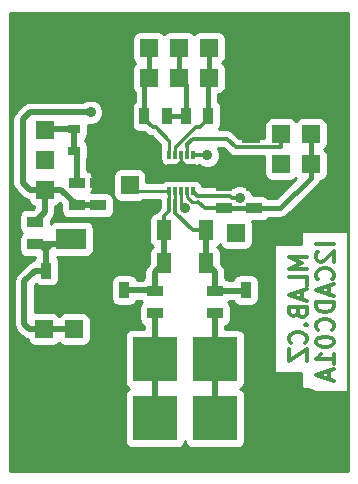
<source format=gbr>
G04 #@! TF.FileFunction,Copper,L2,Bot,Signal*
%FSLAX46Y46*%
G04 Gerber Fmt 4.6, Leading zero omitted, Abs format (unit mm)*
G04 Created by KiCad (PCBNEW 0.201505051231+5642~23~ubuntu14.04.1-product) date St 6. květen 2015, 12:21:16 CEST*
%MOMM*%
G01*
G04 APERTURE LIST*
%ADD10C,0.300000*%
%ADD11R,0.889000X1.397000*%
%ADD12R,1.397000X0.889000*%
%ADD13R,2.499360X1.800860*%
%ADD14R,1.300480X1.699260*%
%ADD15R,1.000760X0.800100*%
%ADD16R,1.524000X1.524000*%
%ADD17C,6.000000*%
%ADD18R,3.810000X3.810000*%
%ADD19R,0.300000X0.650000*%
%ADD20R,1.240000X0.775000*%
%ADD21C,0.889000*%
%ADD22C,0.254000*%
%ADD23C,0.400000*%
%ADD24C,0.500000*%
G04 APERTURE END LIST*
D10*
X28364571Y20156570D02*
X26864571Y20156570D01*
X27007429Y19513713D02*
X26936000Y19442284D01*
X26864571Y19299427D01*
X26864571Y18942284D01*
X26936000Y18799427D01*
X27007429Y18727998D01*
X27150286Y18656570D01*
X27293143Y18656570D01*
X27507429Y18727998D01*
X28364571Y19585141D01*
X28364571Y18656570D01*
X28221714Y17156570D02*
X28293143Y17227999D01*
X28364571Y17442285D01*
X28364571Y17585142D01*
X28293143Y17799427D01*
X28150286Y17942285D01*
X28007429Y18013713D01*
X27721714Y18085142D01*
X27507429Y18085142D01*
X27221714Y18013713D01*
X27078857Y17942285D01*
X26936000Y17799427D01*
X26864571Y17585142D01*
X26864571Y17442285D01*
X26936000Y17227999D01*
X27007429Y17156570D01*
X27936000Y16585142D02*
X27936000Y15870856D01*
X28364571Y16727999D02*
X26864571Y16227999D01*
X28364571Y15727999D01*
X28364571Y15227999D02*
X26864571Y15227999D01*
X26864571Y14870856D01*
X26936000Y14656571D01*
X27078857Y14513713D01*
X27221714Y14442285D01*
X27507429Y14370856D01*
X27721714Y14370856D01*
X28007429Y14442285D01*
X28150286Y14513713D01*
X28293143Y14656571D01*
X28364571Y14870856D01*
X28364571Y15227999D01*
X28221714Y12870856D02*
X28293143Y12942285D01*
X28364571Y13156571D01*
X28364571Y13299428D01*
X28293143Y13513713D01*
X28150286Y13656571D01*
X28007429Y13727999D01*
X27721714Y13799428D01*
X27507429Y13799428D01*
X27221714Y13727999D01*
X27078857Y13656571D01*
X26936000Y13513713D01*
X26864571Y13299428D01*
X26864571Y13156571D01*
X26936000Y12942285D01*
X27007429Y12870856D01*
X26864571Y11942285D02*
X26864571Y11799428D01*
X26936000Y11656571D01*
X27007429Y11585142D01*
X27150286Y11513713D01*
X27436000Y11442285D01*
X27793143Y11442285D01*
X28078857Y11513713D01*
X28221714Y11585142D01*
X28293143Y11656571D01*
X28364571Y11799428D01*
X28364571Y11942285D01*
X28293143Y12085142D01*
X28221714Y12156571D01*
X28078857Y12227999D01*
X27793143Y12299428D01*
X27436000Y12299428D01*
X27150286Y12227999D01*
X27007429Y12156571D01*
X26936000Y12085142D01*
X26864571Y11942285D01*
X28364571Y10013714D02*
X28364571Y10870857D01*
X28364571Y10442285D02*
X26864571Y10442285D01*
X27078857Y10585142D01*
X27221714Y10728000D01*
X27293143Y10870857D01*
X27936000Y9442286D02*
X27936000Y8728000D01*
X28364571Y9585143D02*
X26864571Y9085143D01*
X28364571Y8585143D01*
X26078571Y19053428D02*
X24578571Y19053428D01*
X25650000Y18553428D01*
X24578571Y18053428D01*
X26078571Y18053428D01*
X26078571Y16624856D02*
X26078571Y17339142D01*
X24578571Y17339142D01*
X25650000Y16196285D02*
X25650000Y15481999D01*
X26078571Y16339142D02*
X24578571Y15839142D01*
X26078571Y15339142D01*
X25292857Y14339142D02*
X25364286Y14124856D01*
X25435714Y14053428D01*
X25578571Y13981999D01*
X25792857Y13981999D01*
X25935714Y14053428D01*
X26007143Y14124856D01*
X26078571Y14267714D01*
X26078571Y14839142D01*
X24578571Y14839142D01*
X24578571Y14339142D01*
X24650000Y14196285D01*
X24721429Y14124856D01*
X24864286Y14053428D01*
X25007143Y14053428D01*
X25150000Y14124856D01*
X25221429Y14196285D01*
X25292857Y14339142D01*
X25292857Y14839142D01*
X25935714Y13339142D02*
X26007143Y13267714D01*
X26078571Y13339142D01*
X26007143Y13410571D01*
X25935714Y13339142D01*
X26078571Y13339142D01*
X25935714Y11767713D02*
X26007143Y11839142D01*
X26078571Y12053428D01*
X26078571Y12196285D01*
X26007143Y12410570D01*
X25864286Y12553428D01*
X25721429Y12624856D01*
X25435714Y12696285D01*
X25221429Y12696285D01*
X24935714Y12624856D01*
X24792857Y12553428D01*
X24650000Y12410570D01*
X24578571Y12196285D01*
X24578571Y12053428D01*
X24650000Y11839142D01*
X24721429Y11767713D01*
X24578571Y11267713D02*
X24578571Y10267713D01*
X26078571Y11267713D01*
X26078571Y10267713D01*
D11*
X22796500Y16256000D03*
X20891500Y16256000D03*
X10604500Y16256000D03*
X8699500Y16256000D03*
D12*
X21590000Y25082500D03*
X21590000Y23177500D03*
X19050000Y25082500D03*
X19050000Y23177500D03*
D13*
X10126980Y20574000D03*
X6129020Y20574000D03*
D14*
X17498060Y18542000D03*
X13997940Y18542000D03*
X13997940Y21336000D03*
X17498060Y21336000D03*
D15*
X8592820Y28956000D03*
X6393180Y29908500D03*
X6393180Y28003500D03*
D16*
X3810000Y15494000D03*
X6350000Y15494000D03*
X3810000Y12954000D03*
X6350000Y12954000D03*
X3810000Y10414000D03*
X6350000Y10414000D03*
X11074400Y27686000D03*
X11074400Y25146000D03*
X22606000Y21082000D03*
X20066000Y21082000D03*
X26416000Y26924000D03*
X23876000Y26924000D03*
X26416000Y29464000D03*
X23876000Y29464000D03*
X20320000Y36766500D03*
X20320000Y34226500D03*
X17780000Y36766500D03*
X17780000Y34226500D03*
X15240000Y36766500D03*
X15240000Y34226500D03*
X12700000Y36766500D03*
X12700000Y34226500D03*
X10160000Y36766500D03*
X10160000Y34226500D03*
D17*
X5080000Y35560000D03*
X25400000Y5080000D03*
X25400000Y35560000D03*
X5080000Y5080000D03*
D18*
X18288000Y5414000D03*
X18288000Y10414000D03*
X13208000Y5414000D03*
X13208000Y10414000D03*
D12*
X18288000Y16192500D03*
X18288000Y14287500D03*
X13208000Y16192500D03*
X13208000Y14287500D03*
X6604000Y25336500D03*
X6604000Y23431500D03*
D11*
X17716500Y30988000D03*
X15811500Y30988000D03*
X12319000Y30988000D03*
X14224000Y30988000D03*
D19*
X16430500Y24612000D03*
X15930500Y24612000D03*
X15430500Y24612000D03*
X14930500Y24612000D03*
X14430500Y24612000D03*
X14430500Y27712000D03*
X14930500Y27712000D03*
X15430500Y27712000D03*
X15930500Y27712000D03*
X16430500Y27712000D03*
D20*
X14810500Y26549500D03*
X16050500Y26549500D03*
X14810500Y25774500D03*
X16050500Y25774500D03*
D16*
X3873500Y24765000D03*
X3873500Y27305000D03*
X3873500Y29845000D03*
X21336000Y26924000D03*
X21336000Y29464000D03*
D12*
X3048000Y20129500D03*
X3048000Y22034500D03*
D11*
X5905500Y17907000D03*
X4000500Y17907000D03*
D12*
X8382000Y25336500D03*
X8382000Y23431500D03*
D21*
X7757524Y31309999D03*
X15748000Y23177500D03*
X17653000Y27686000D03*
X20402158Y24041436D03*
D22*
X15430500Y27712000D02*
X15430500Y27169500D01*
X15430500Y27169500D02*
X14810500Y26549500D01*
X15430500Y27169500D02*
X16050500Y26549500D01*
D23*
X9862820Y27686000D02*
X8592820Y28956000D01*
X10985500Y27686000D02*
X9862820Y27686000D01*
X10160000Y36766500D02*
X10160000Y34226500D01*
X20320000Y36766500D02*
X20320000Y34226500D01*
D24*
X18288000Y16192500D02*
X20828000Y16192500D01*
X20828000Y16192500D02*
X20891500Y16256000D01*
X17498060Y18542000D02*
X17498060Y21336000D01*
X18288000Y16192500D02*
X18288000Y17752060D01*
X18288000Y17752060D02*
X17498060Y18542000D01*
D10*
X14930500Y22819138D02*
X14930500Y23846618D01*
X16413638Y21336000D02*
X14930500Y22819138D01*
X17498060Y21336000D02*
X16413638Y21336000D01*
D22*
X14930500Y24612000D02*
X14930500Y23846618D01*
D24*
X10604500Y16256000D02*
X13144500Y16256000D01*
X13144500Y16256000D02*
X13208000Y16192500D01*
D22*
X14430500Y21768560D02*
X13997940Y21336000D01*
D24*
X13997940Y18542000D02*
X13997940Y21336000D01*
X13208000Y16192500D02*
X13208000Y17752060D01*
X13208000Y17752060D02*
X13997940Y18542000D01*
D22*
X11519500Y24612000D02*
X10985500Y25146000D01*
X14430500Y24612000D02*
X11519500Y24612000D01*
D10*
X14430490Y22918180D02*
X14430490Y23992878D01*
X13997940Y22485630D02*
X14430490Y22918180D01*
X13997940Y21336000D02*
X13997940Y22485630D01*
D22*
X14430500Y24304500D02*
X14430490Y24304490D01*
X14430490Y24304490D02*
X14430490Y23992878D01*
X14430500Y24612000D02*
X14430500Y24304500D01*
D24*
X6604000Y23431500D02*
X8534400Y23431500D01*
X3873500Y24765000D02*
X5270500Y24765000D01*
X5270500Y24765000D02*
X6604000Y23431500D01*
X3873500Y24765000D02*
X3873500Y22860000D01*
X3873500Y22860000D02*
X3048000Y22034500D01*
X7757524Y31309999D02*
X6280149Y31309999D01*
X2609849Y31309999D02*
X6280149Y31309999D01*
X2032000Y25344500D02*
X2032000Y30732150D01*
X2032000Y30732150D02*
X2609849Y31309999D01*
X2611500Y24765000D02*
X2032000Y25344500D01*
X3873500Y24765000D02*
X2611500Y24765000D01*
D23*
X15240000Y36766500D02*
X15240000Y34226500D01*
X15811500Y30988000D02*
X14224000Y30988000D01*
X15811500Y33655000D02*
X15240000Y34226500D01*
X15811500Y30988000D02*
X15811500Y33655000D01*
X26416000Y26924000D02*
X26416000Y29464000D01*
D22*
X15930500Y24136822D02*
X16318322Y23749000D01*
X15930500Y24612000D02*
X15930500Y24136822D01*
X16318322Y23749000D02*
X16891000Y23749000D01*
D10*
X17462500Y23177500D02*
X19050000Y23177500D01*
X16891000Y23749000D02*
X17462500Y23177500D01*
D23*
X22688500Y23177500D02*
X21590000Y23177500D01*
X23831500Y23177500D02*
X22688500Y23177500D01*
X26416000Y25762000D02*
X23831500Y23177500D01*
X26416000Y26924000D02*
X26416000Y25762000D01*
X21590000Y23177500D02*
X19050000Y23177500D01*
D24*
X3406709Y22393209D02*
X3048000Y22034500D01*
X3873500Y24765000D02*
X3873500Y24701500D01*
D23*
X6493510Y28003500D02*
X6393180Y28003500D01*
D24*
X6604000Y27792680D02*
X6393180Y28003500D01*
X6604000Y25336500D02*
X6604000Y27792680D01*
X6393180Y28003500D02*
X6393180Y29908500D01*
X3937000Y29908500D02*
X3873500Y29845000D01*
X6393180Y29908500D02*
X3937000Y29908500D01*
D22*
X15430500Y23495000D02*
X15748000Y23177500D01*
X15430500Y24612000D02*
X15430500Y23495000D01*
D10*
X23876000Y26924000D02*
X23703142Y26924000D01*
X16456501Y27686000D02*
X16430501Y27712000D01*
X17653000Y27686000D02*
X16456501Y27686000D01*
D22*
X15930500Y27712000D02*
X15930500Y28376500D01*
D10*
X23876000Y28402000D02*
X23876000Y29464000D01*
X23825999Y28351999D02*
X23876000Y28402000D01*
X20035001Y28351999D02*
X23825999Y28351999D01*
X19304000Y29083000D02*
X20035001Y28351999D01*
X16429620Y29083000D02*
X19304000Y29083000D01*
X15930500Y28583880D02*
X16429620Y29083000D01*
X15930500Y28376500D02*
X15930500Y28583880D01*
D22*
X14930500Y27712000D02*
X14930500Y28291000D01*
D23*
X17780000Y36766500D02*
X17780000Y34226500D01*
X17716500Y34163000D02*
X17780000Y34226500D01*
X17716500Y30988000D02*
X17716500Y34163000D01*
D10*
X17018000Y30035500D02*
X16675000Y30035500D01*
X17716500Y30734000D02*
X17018000Y30035500D01*
X17716500Y30988000D02*
X17716500Y30734000D01*
X16675000Y30035500D02*
X15027148Y28387648D01*
D22*
X14930500Y28291000D02*
X15027148Y28387648D01*
X14430500Y27712000D02*
X14430500Y28876500D01*
D23*
X12700000Y36766500D02*
X12700000Y34226500D01*
X12319000Y33845500D02*
X12700000Y34226500D01*
X12319000Y30988000D02*
X12319000Y33845500D01*
D10*
X12319000Y30734000D02*
X13017500Y30035500D01*
X12319000Y30988000D02*
X12319000Y30734000D01*
X13271500Y30035500D02*
X14430500Y28876500D01*
X13017500Y30035500D02*
X13271500Y30035500D01*
D24*
X18288000Y10414000D02*
X18288000Y14287500D01*
X18288000Y5414000D02*
X18288000Y7819000D01*
X18288000Y7819000D02*
X18288000Y10414000D01*
X13208000Y10414000D02*
X13208000Y14287500D01*
X13208000Y5414000D02*
X13208000Y7819000D01*
X13208000Y7819000D02*
X13208000Y10414000D01*
X2548000Y12954000D02*
X2159000Y13343000D01*
X3810000Y12954000D02*
X2548000Y12954000D01*
X3056000Y17907000D02*
X4000500Y17907000D01*
X2159000Y17010000D02*
X3056000Y17907000D01*
X2159000Y13343000D02*
X2159000Y17010000D01*
X5684520Y20129500D02*
X6129020Y20574000D01*
X4000500Y17907000D02*
X4000500Y19621500D01*
X3492500Y20129500D02*
X3048000Y20129500D01*
X4000500Y19621500D02*
X3492500Y20129500D01*
X4000500Y19730371D02*
X4399629Y20129500D01*
X4000500Y19621500D02*
X4000500Y19730371D01*
X4399629Y20129500D02*
X5684520Y20129500D01*
X3048000Y20129500D02*
X4399629Y20129500D01*
X3810000Y12954000D02*
X6350000Y12954000D01*
D10*
X20402158Y24041436D02*
X19773541Y24041436D01*
X16430501Y24611999D02*
X16430501Y24612000D01*
X16793492Y24249008D02*
X16430501Y24611999D01*
X19565969Y24249008D02*
X16793492Y24249008D01*
X19773541Y24041436D02*
X19565969Y24249008D01*
D22*
G36*
X29541000Y939000D02*
X29521000Y939000D01*
X29521000Y7657287D01*
X29521000Y21298714D01*
X27825440Y21298714D01*
X27825440Y26162000D01*
X27825440Y27686000D01*
X27778463Y27928123D01*
X27638673Y28140927D01*
X27560458Y28193723D01*
X27632927Y28241327D01*
X27775377Y28452360D01*
X27825440Y28702000D01*
X27825440Y30226000D01*
X27778463Y30468123D01*
X27638673Y30680927D01*
X27427640Y30823377D01*
X27178000Y30873440D01*
X25654000Y30873440D01*
X25411877Y30826463D01*
X25199073Y30686673D01*
X25146277Y30608459D01*
X25098673Y30680927D01*
X24887640Y30823377D01*
X24638000Y30873440D01*
X23114000Y30873440D01*
X22871877Y30826463D01*
X22659073Y30686673D01*
X22516623Y30475640D01*
X22466560Y30226000D01*
X22466560Y29136999D01*
X20360158Y29136999D01*
X19859079Y29638079D01*
X19604407Y29808245D01*
X19304000Y29868000D01*
X18642369Y29868000D01*
X18758377Y30039860D01*
X18808440Y30289500D01*
X18808440Y31686500D01*
X18761463Y31928623D01*
X18621673Y32141427D01*
X18551500Y32188795D01*
X18551500Y32818904D01*
X18784123Y32864037D01*
X18996927Y33003827D01*
X19139377Y33214860D01*
X19189440Y33464500D01*
X19189440Y34988500D01*
X19142463Y35230623D01*
X19002673Y35443427D01*
X18924458Y35496223D01*
X18996927Y35543827D01*
X19139377Y35754860D01*
X19189440Y36004500D01*
X19189440Y37528500D01*
X19142463Y37770623D01*
X19002673Y37983427D01*
X18791640Y38125877D01*
X18542000Y38175940D01*
X17018000Y38175940D01*
X16775877Y38128963D01*
X16563073Y37989173D01*
X16510277Y37910959D01*
X16462673Y37983427D01*
X16251640Y38125877D01*
X16002000Y38175940D01*
X14478000Y38175940D01*
X14235877Y38128963D01*
X14023073Y37989173D01*
X13970277Y37910959D01*
X13922673Y37983427D01*
X13711640Y38125877D01*
X13462000Y38175940D01*
X11938000Y38175940D01*
X11695877Y38128963D01*
X11483073Y37989173D01*
X11340623Y37778140D01*
X11290560Y37528500D01*
X11290560Y36004500D01*
X11337537Y35762377D01*
X11477327Y35549573D01*
X11555541Y35496778D01*
X11483073Y35449173D01*
X11340623Y35238140D01*
X11290560Y34988500D01*
X11290560Y33464500D01*
X11337537Y33222377D01*
X11477327Y33009573D01*
X11484000Y33005068D01*
X11484000Y32189495D01*
X11419573Y32147173D01*
X11277123Y31936140D01*
X11227060Y31686500D01*
X11227060Y30289500D01*
X11274037Y30047377D01*
X11413827Y29834573D01*
X11624860Y29692123D01*
X11874500Y29642060D01*
X12300782Y29642060D01*
X12462421Y29480421D01*
X12717093Y29310255D01*
X12717094Y29310255D01*
X12928673Y29268169D01*
X13668500Y28528342D01*
X13668500Y28213723D01*
X13633060Y28037000D01*
X13633060Y27387000D01*
X13680037Y27144877D01*
X13819827Y26932073D01*
X14030860Y26789623D01*
X14280500Y26739560D01*
X14580500Y26739560D01*
X14682152Y26759283D01*
X14780500Y26739560D01*
X15080500Y26739560D01*
X15322623Y26786537D01*
X15430474Y26857385D01*
X15530860Y26789623D01*
X15780500Y26739560D01*
X16080500Y26739560D01*
X16182152Y26759283D01*
X16280500Y26739560D01*
X16580500Y26739560D01*
X16822623Y26786537D01*
X16945200Y26867058D01*
X17040714Y26771378D01*
X17437332Y26606687D01*
X17866784Y26606313D01*
X18263689Y26770311D01*
X18567622Y27073714D01*
X18732313Y27470332D01*
X18732687Y27899784D01*
X18568689Y28296689D01*
X18567380Y28298000D01*
X18978842Y28298000D01*
X19479919Y27796924D01*
X19479922Y27796920D01*
X19479923Y27796920D01*
X19734595Y27626754D01*
X20035001Y27566998D01*
X20035001Y27566999D01*
X20035006Y27566999D01*
X22466560Y27566999D01*
X22466560Y26162000D01*
X22513537Y25919877D01*
X22653327Y25707073D01*
X22864360Y25564623D01*
X23114000Y25514560D01*
X24638000Y25514560D01*
X24880123Y25561537D01*
X25092927Y25701327D01*
X25145722Y25779542D01*
X25188124Y25714993D01*
X23485632Y24012500D01*
X22791494Y24012500D01*
X22749173Y24076927D01*
X22538140Y24219377D01*
X22288500Y24269440D01*
X21475969Y24269440D01*
X21317847Y24652125D01*
X21014444Y24956058D01*
X20617826Y25120749D01*
X20188374Y25121123D01*
X19843793Y24978745D01*
X19565969Y25034008D01*
X17209118Y25034008D01*
X17180963Y25179123D01*
X17041173Y25391927D01*
X16830140Y25534377D01*
X16580500Y25584440D01*
X16280500Y25584440D01*
X16178847Y25564718D01*
X16080500Y25584440D01*
X15780500Y25584440D01*
X15678847Y25564718D01*
X15580500Y25584440D01*
X15280500Y25584440D01*
X15178847Y25564718D01*
X15080500Y25584440D01*
X14780500Y25584440D01*
X14678847Y25564718D01*
X14580500Y25584440D01*
X14280500Y25584440D01*
X14038377Y25537463D01*
X13825573Y25397673D01*
X13809593Y25374000D01*
X12483840Y25374000D01*
X12483840Y25908000D01*
X12436863Y26150123D01*
X12297073Y26362927D01*
X12086040Y26505377D01*
X11836400Y26555440D01*
X10312400Y26555440D01*
X10070277Y26508463D01*
X9857473Y26368673D01*
X9715023Y26157640D01*
X9664960Y25908000D01*
X9664960Y24384000D01*
X9711937Y24141877D01*
X9851727Y23929073D01*
X10062760Y23786623D01*
X10312400Y23736560D01*
X11836400Y23736560D01*
X12078523Y23783537D01*
X12179700Y23850000D01*
X13645490Y23850000D01*
X13645490Y23243338D01*
X13442861Y23040709D01*
X13297630Y22823356D01*
X13105577Y22786093D01*
X12892773Y22646303D01*
X12750323Y22435270D01*
X12700260Y22185630D01*
X12700260Y20486370D01*
X12747237Y20244247D01*
X12887027Y20031443D01*
X13024359Y19938742D01*
X12892773Y19852303D01*
X12750323Y19641270D01*
X12700260Y19391630D01*
X12700260Y18495900D01*
X12582210Y18377850D01*
X12390367Y18090735D01*
X12379189Y18034545D01*
X12322999Y17752060D01*
X12323000Y17752054D01*
X12323000Y17248256D01*
X12267377Y17237463D01*
X12120530Y17141000D01*
X11660255Y17141000D01*
X11649463Y17196623D01*
X11509673Y17409427D01*
X11298640Y17551877D01*
X11049000Y17601940D01*
X10160000Y17601940D01*
X9917877Y17554963D01*
X9727940Y17430194D01*
X9727940Y22987000D01*
X9727940Y23876000D01*
X9680963Y24118123D01*
X9541173Y24330927D01*
X9330140Y24473377D01*
X9080500Y24523440D01*
X7819604Y24523440D01*
X7899877Y24642360D01*
X7949940Y24892000D01*
X7949940Y25781000D01*
X7902963Y26023123D01*
X7763173Y26235927D01*
X7552140Y26378377D01*
X7489000Y26391039D01*
X7489000Y27350941D01*
X7490937Y27353810D01*
X7541000Y27603450D01*
X7541000Y28403550D01*
X7494023Y28645673D01*
X7354233Y28858477D01*
X7278180Y28909814D01*
X7278180Y29001593D01*
X7348487Y29047777D01*
X7490937Y29258810D01*
X7541000Y29508450D01*
X7541000Y30231042D01*
X7541856Y30230686D01*
X7971308Y30230312D01*
X8368213Y30394310D01*
X8672146Y30697713D01*
X8836837Y31094331D01*
X8837211Y31523783D01*
X8673213Y31920688D01*
X8369810Y32224621D01*
X7973192Y32389312D01*
X7543740Y32389686D01*
X7146835Y32225688D01*
X7116092Y32194999D01*
X6280149Y32194999D01*
X2609854Y32194999D01*
X2609849Y32195000D01*
X2327364Y32138810D01*
X2271174Y32127632D01*
X1984059Y31935789D01*
X1984056Y31935786D01*
X1406210Y31357940D01*
X1214367Y31070825D01*
X1203189Y31014635D01*
X1146999Y30732150D01*
X1147000Y30732144D01*
X1147000Y25344506D01*
X1146999Y25344500D01*
X1203189Y25062016D01*
X1214367Y25005825D01*
X1406210Y24718710D01*
X1985707Y24139214D01*
X1985710Y24139210D01*
X1985711Y24139210D01*
X2272825Y23947367D01*
X2272826Y23947367D01*
X2329015Y23936190D01*
X2482963Y23905568D01*
X2482964Y23905567D01*
X2511037Y23760877D01*
X2650827Y23548073D01*
X2861860Y23405623D01*
X2988500Y23380227D01*
X2988500Y23226580D01*
X2888360Y23126440D01*
X2349500Y23126440D01*
X2107377Y23079463D01*
X1894573Y22939673D01*
X1752123Y22728640D01*
X1702060Y22479000D01*
X1702060Y21590000D01*
X1749037Y21347877D01*
X1888827Y21135073D01*
X1967041Y21082278D01*
X1894573Y21034673D01*
X1752123Y20823640D01*
X1702060Y20574000D01*
X1702060Y19685000D01*
X1749037Y19442877D01*
X1888827Y19230073D01*
X2099860Y19087623D01*
X2349500Y19037560D01*
X3081758Y19037560D01*
X2958623Y18855140D01*
X2941389Y18769204D01*
X2717326Y18724634D01*
X2622054Y18660976D01*
X2430210Y18532790D01*
X2430207Y18532787D01*
X1533210Y17635790D01*
X1341367Y17348675D01*
X1330189Y17292485D01*
X1273999Y17010000D01*
X1274000Y17009994D01*
X1274000Y13343006D01*
X1273999Y13343000D01*
X1330189Y13060516D01*
X1341367Y13004325D01*
X1533210Y12717210D01*
X1922207Y12328214D01*
X1922210Y12328210D01*
X2209325Y12136367D01*
X2419463Y12094568D01*
X2419464Y12094567D01*
X2447537Y11949877D01*
X2587327Y11737073D01*
X2798360Y11594623D01*
X3048000Y11544560D01*
X4572000Y11544560D01*
X4814123Y11591537D01*
X5026927Y11731327D01*
X5079722Y11809542D01*
X5127327Y11737073D01*
X5338360Y11594623D01*
X5588000Y11544560D01*
X7112000Y11544560D01*
X7354123Y11591537D01*
X7566927Y11731327D01*
X7709377Y11942360D01*
X7759440Y12192000D01*
X7759440Y13716000D01*
X7712463Y13958123D01*
X7572673Y14170927D01*
X7361640Y14313377D01*
X7112000Y14363440D01*
X5588000Y14363440D01*
X5345877Y14316463D01*
X5133073Y14176673D01*
X5080277Y14098459D01*
X5032673Y14170927D01*
X4821640Y14313377D01*
X4572000Y14363440D01*
X3048000Y14363440D01*
X3044000Y14362664D01*
X3044000Y16643421D01*
X3130446Y16729867D01*
X3306360Y16611123D01*
X3556000Y16561060D01*
X4445000Y16561060D01*
X4687123Y16608037D01*
X4899927Y16747827D01*
X5042377Y16958860D01*
X5092440Y17208500D01*
X5092440Y18605500D01*
X5045463Y18847623D01*
X4928202Y19026130D01*
X7378700Y19026130D01*
X7620823Y19073107D01*
X7833627Y19212897D01*
X7976077Y19423930D01*
X8026140Y19673570D01*
X8026140Y21474430D01*
X7979163Y21716553D01*
X7839373Y21929357D01*
X7628340Y22071807D01*
X7378700Y22121870D01*
X4879340Y22121870D01*
X4637217Y22074893D01*
X4424413Y21935103D01*
X4393940Y21889959D01*
X4393940Y22128861D01*
X4499286Y22234208D01*
X4499289Y22234210D01*
X4499290Y22234210D01*
X4691133Y22521325D01*
X4758500Y22860000D01*
X4758500Y23379425D01*
X4877623Y23402537D01*
X5090427Y23542327D01*
X5151345Y23632575D01*
X5258060Y23525860D01*
X5258060Y22987000D01*
X5305037Y22744877D01*
X5444827Y22532073D01*
X5655860Y22389623D01*
X5905500Y22339560D01*
X7302500Y22339560D01*
X7496147Y22377132D01*
X7683500Y22339560D01*
X9080500Y22339560D01*
X9322623Y22386537D01*
X9535427Y22526327D01*
X9677877Y22737360D01*
X9727940Y22987000D01*
X9727940Y17430194D01*
X9705073Y17415173D01*
X9562623Y17204140D01*
X9512560Y16954500D01*
X9512560Y15557500D01*
X9559537Y15315377D01*
X9699327Y15102573D01*
X9910360Y14960123D01*
X10160000Y14910060D01*
X11049000Y14910060D01*
X11291123Y14957037D01*
X11503927Y15096827D01*
X11646377Y15307860D01*
X11659039Y15371000D01*
X11997637Y15371000D01*
X12048827Y15293073D01*
X12127041Y15240278D01*
X12054573Y15192673D01*
X11912123Y14981640D01*
X11862060Y14732000D01*
X11862060Y13843000D01*
X11909037Y13600877D01*
X12048827Y13388073D01*
X12259860Y13245623D01*
X12323000Y13232961D01*
X12323000Y12966440D01*
X11303000Y12966440D01*
X11060877Y12919463D01*
X10848073Y12779673D01*
X10705623Y12568640D01*
X10655560Y12319000D01*
X10655560Y8509000D01*
X10702537Y8266877D01*
X10842327Y8054073D01*
X11051181Y7913094D01*
X10848073Y7779673D01*
X10705623Y7568640D01*
X10655560Y7319000D01*
X10655560Y3509000D01*
X10702537Y3266877D01*
X10842327Y3054073D01*
X11053360Y2911623D01*
X11303000Y2861560D01*
X15113000Y2861560D01*
X15355123Y2908537D01*
X15567927Y3048327D01*
X15710377Y3259360D01*
X15747794Y3445943D01*
X15782537Y3266877D01*
X15922327Y3054073D01*
X16133360Y2911623D01*
X16383000Y2861560D01*
X20193000Y2861560D01*
X20435123Y2908537D01*
X20647927Y3048327D01*
X20790377Y3259360D01*
X20840440Y3509000D01*
X20840440Y7319000D01*
X20793463Y7561123D01*
X20653673Y7773927D01*
X20444818Y7914907D01*
X20647927Y8048327D01*
X20790377Y8259360D01*
X20840440Y8509000D01*
X20840440Y12319000D01*
X20793463Y12561123D01*
X20653673Y12773927D01*
X20442640Y12916377D01*
X20193000Y12966440D01*
X19173000Y12966440D01*
X19173000Y13231745D01*
X19228623Y13242537D01*
X19441427Y13382327D01*
X19583877Y13593360D01*
X19633940Y13843000D01*
X19633940Y14732000D01*
X19586963Y14974123D01*
X19447173Y15186927D01*
X19368958Y15239723D01*
X19441427Y15287327D01*
X19455044Y15307500D01*
X19851711Y15307500D01*
X19986327Y15102573D01*
X20197360Y14960123D01*
X20447000Y14910060D01*
X21336000Y14910060D01*
X21578123Y14957037D01*
X21790927Y15096827D01*
X21933377Y15307860D01*
X21983440Y15557500D01*
X21983440Y16954500D01*
X21936463Y17196623D01*
X21796673Y17409427D01*
X21585640Y17551877D01*
X21336000Y17601940D01*
X20447000Y17601940D01*
X20204877Y17554963D01*
X19992073Y17415173D01*
X19849623Y17204140D01*
X19824226Y17077500D01*
X19456650Y17077500D01*
X19447173Y17091927D01*
X19236140Y17234377D01*
X19173000Y17247039D01*
X19173000Y17752055D01*
X19173000Y17752060D01*
X19173001Y17752060D01*
X19116810Y18034545D01*
X19105633Y18090734D01*
X19105633Y18090735D01*
X18913790Y18377849D01*
X18913790Y18377850D01*
X18913786Y18377853D01*
X18795740Y18495899D01*
X18795740Y19391630D01*
X18748763Y19633753D01*
X18608973Y19846557D01*
X18471640Y19939259D01*
X18603227Y20025697D01*
X18689005Y20152774D01*
X18703537Y20077877D01*
X18843327Y19865073D01*
X19054360Y19722623D01*
X19304000Y19672560D01*
X20828000Y19672560D01*
X21070123Y19719537D01*
X21282927Y19859327D01*
X21425377Y20070360D01*
X21475440Y20320000D01*
X21475440Y21844000D01*
X21428572Y22085560D01*
X22288500Y22085560D01*
X22530623Y22132537D01*
X22743427Y22272327D01*
X22790794Y22342500D01*
X23831500Y22342500D01*
X24151040Y22406061D01*
X24151041Y22406061D01*
X24421934Y22587066D01*
X27006434Y25171566D01*
X27187439Y25442459D01*
X27187439Y25442460D01*
X27202735Y25519360D01*
X27420123Y25561537D01*
X27632927Y25701327D01*
X27775377Y25912360D01*
X27825440Y26162000D01*
X27825440Y21298714D01*
X25551000Y21298714D01*
X25551000Y20195572D01*
X23265000Y20195572D01*
X23265000Y9268429D01*
X25551000Y9268429D01*
X25551000Y7657287D01*
X29521000Y7657287D01*
X29521000Y939000D01*
X939000Y939000D01*
X939000Y39701000D01*
X29541000Y39701000D01*
X29541000Y939000D01*
X29541000Y939000D01*
G37*
X29541000Y939000D02*
X29521000Y939000D01*
X29521000Y7657287D01*
X29521000Y21298714D01*
X27825440Y21298714D01*
X27825440Y26162000D01*
X27825440Y27686000D01*
X27778463Y27928123D01*
X27638673Y28140927D01*
X27560458Y28193723D01*
X27632927Y28241327D01*
X27775377Y28452360D01*
X27825440Y28702000D01*
X27825440Y30226000D01*
X27778463Y30468123D01*
X27638673Y30680927D01*
X27427640Y30823377D01*
X27178000Y30873440D01*
X25654000Y30873440D01*
X25411877Y30826463D01*
X25199073Y30686673D01*
X25146277Y30608459D01*
X25098673Y30680927D01*
X24887640Y30823377D01*
X24638000Y30873440D01*
X23114000Y30873440D01*
X22871877Y30826463D01*
X22659073Y30686673D01*
X22516623Y30475640D01*
X22466560Y30226000D01*
X22466560Y29136999D01*
X20360158Y29136999D01*
X19859079Y29638079D01*
X19604407Y29808245D01*
X19304000Y29868000D01*
X18642369Y29868000D01*
X18758377Y30039860D01*
X18808440Y30289500D01*
X18808440Y31686500D01*
X18761463Y31928623D01*
X18621673Y32141427D01*
X18551500Y32188795D01*
X18551500Y32818904D01*
X18784123Y32864037D01*
X18996927Y33003827D01*
X19139377Y33214860D01*
X19189440Y33464500D01*
X19189440Y34988500D01*
X19142463Y35230623D01*
X19002673Y35443427D01*
X18924458Y35496223D01*
X18996927Y35543827D01*
X19139377Y35754860D01*
X19189440Y36004500D01*
X19189440Y37528500D01*
X19142463Y37770623D01*
X19002673Y37983427D01*
X18791640Y38125877D01*
X18542000Y38175940D01*
X17018000Y38175940D01*
X16775877Y38128963D01*
X16563073Y37989173D01*
X16510277Y37910959D01*
X16462673Y37983427D01*
X16251640Y38125877D01*
X16002000Y38175940D01*
X14478000Y38175940D01*
X14235877Y38128963D01*
X14023073Y37989173D01*
X13970277Y37910959D01*
X13922673Y37983427D01*
X13711640Y38125877D01*
X13462000Y38175940D01*
X11938000Y38175940D01*
X11695877Y38128963D01*
X11483073Y37989173D01*
X11340623Y37778140D01*
X11290560Y37528500D01*
X11290560Y36004500D01*
X11337537Y35762377D01*
X11477327Y35549573D01*
X11555541Y35496778D01*
X11483073Y35449173D01*
X11340623Y35238140D01*
X11290560Y34988500D01*
X11290560Y33464500D01*
X11337537Y33222377D01*
X11477327Y33009573D01*
X11484000Y33005068D01*
X11484000Y32189495D01*
X11419573Y32147173D01*
X11277123Y31936140D01*
X11227060Y31686500D01*
X11227060Y30289500D01*
X11274037Y30047377D01*
X11413827Y29834573D01*
X11624860Y29692123D01*
X11874500Y29642060D01*
X12300782Y29642060D01*
X12462421Y29480421D01*
X12717093Y29310255D01*
X12717094Y29310255D01*
X12928673Y29268169D01*
X13668500Y28528342D01*
X13668500Y28213723D01*
X13633060Y28037000D01*
X13633060Y27387000D01*
X13680037Y27144877D01*
X13819827Y26932073D01*
X14030860Y26789623D01*
X14280500Y26739560D01*
X14580500Y26739560D01*
X14682152Y26759283D01*
X14780500Y26739560D01*
X15080500Y26739560D01*
X15322623Y26786537D01*
X15430474Y26857385D01*
X15530860Y26789623D01*
X15780500Y26739560D01*
X16080500Y26739560D01*
X16182152Y26759283D01*
X16280500Y26739560D01*
X16580500Y26739560D01*
X16822623Y26786537D01*
X16945200Y26867058D01*
X17040714Y26771378D01*
X17437332Y26606687D01*
X17866784Y26606313D01*
X18263689Y26770311D01*
X18567622Y27073714D01*
X18732313Y27470332D01*
X18732687Y27899784D01*
X18568689Y28296689D01*
X18567380Y28298000D01*
X18978842Y28298000D01*
X19479919Y27796924D01*
X19479922Y27796920D01*
X19479923Y27796920D01*
X19734595Y27626754D01*
X20035001Y27566998D01*
X20035001Y27566999D01*
X20035006Y27566999D01*
X22466560Y27566999D01*
X22466560Y26162000D01*
X22513537Y25919877D01*
X22653327Y25707073D01*
X22864360Y25564623D01*
X23114000Y25514560D01*
X24638000Y25514560D01*
X24880123Y25561537D01*
X25092927Y25701327D01*
X25145722Y25779542D01*
X25188124Y25714993D01*
X23485632Y24012500D01*
X22791494Y24012500D01*
X22749173Y24076927D01*
X22538140Y24219377D01*
X22288500Y24269440D01*
X21475969Y24269440D01*
X21317847Y24652125D01*
X21014444Y24956058D01*
X20617826Y25120749D01*
X20188374Y25121123D01*
X19843793Y24978745D01*
X19565969Y25034008D01*
X17209118Y25034008D01*
X17180963Y25179123D01*
X17041173Y25391927D01*
X16830140Y25534377D01*
X16580500Y25584440D01*
X16280500Y25584440D01*
X16178847Y25564718D01*
X16080500Y25584440D01*
X15780500Y25584440D01*
X15678847Y25564718D01*
X15580500Y25584440D01*
X15280500Y25584440D01*
X15178847Y25564718D01*
X15080500Y25584440D01*
X14780500Y25584440D01*
X14678847Y25564718D01*
X14580500Y25584440D01*
X14280500Y25584440D01*
X14038377Y25537463D01*
X13825573Y25397673D01*
X13809593Y25374000D01*
X12483840Y25374000D01*
X12483840Y25908000D01*
X12436863Y26150123D01*
X12297073Y26362927D01*
X12086040Y26505377D01*
X11836400Y26555440D01*
X10312400Y26555440D01*
X10070277Y26508463D01*
X9857473Y26368673D01*
X9715023Y26157640D01*
X9664960Y25908000D01*
X9664960Y24384000D01*
X9711937Y24141877D01*
X9851727Y23929073D01*
X10062760Y23786623D01*
X10312400Y23736560D01*
X11836400Y23736560D01*
X12078523Y23783537D01*
X12179700Y23850000D01*
X13645490Y23850000D01*
X13645490Y23243338D01*
X13442861Y23040709D01*
X13297630Y22823356D01*
X13105577Y22786093D01*
X12892773Y22646303D01*
X12750323Y22435270D01*
X12700260Y22185630D01*
X12700260Y20486370D01*
X12747237Y20244247D01*
X12887027Y20031443D01*
X13024359Y19938742D01*
X12892773Y19852303D01*
X12750323Y19641270D01*
X12700260Y19391630D01*
X12700260Y18495900D01*
X12582210Y18377850D01*
X12390367Y18090735D01*
X12379189Y18034545D01*
X12322999Y17752060D01*
X12323000Y17752054D01*
X12323000Y17248256D01*
X12267377Y17237463D01*
X12120530Y17141000D01*
X11660255Y17141000D01*
X11649463Y17196623D01*
X11509673Y17409427D01*
X11298640Y17551877D01*
X11049000Y17601940D01*
X10160000Y17601940D01*
X9917877Y17554963D01*
X9727940Y17430194D01*
X9727940Y22987000D01*
X9727940Y23876000D01*
X9680963Y24118123D01*
X9541173Y24330927D01*
X9330140Y24473377D01*
X9080500Y24523440D01*
X7819604Y24523440D01*
X7899877Y24642360D01*
X7949940Y24892000D01*
X7949940Y25781000D01*
X7902963Y26023123D01*
X7763173Y26235927D01*
X7552140Y26378377D01*
X7489000Y26391039D01*
X7489000Y27350941D01*
X7490937Y27353810D01*
X7541000Y27603450D01*
X7541000Y28403550D01*
X7494023Y28645673D01*
X7354233Y28858477D01*
X7278180Y28909814D01*
X7278180Y29001593D01*
X7348487Y29047777D01*
X7490937Y29258810D01*
X7541000Y29508450D01*
X7541000Y30231042D01*
X7541856Y30230686D01*
X7971308Y30230312D01*
X8368213Y30394310D01*
X8672146Y30697713D01*
X8836837Y31094331D01*
X8837211Y31523783D01*
X8673213Y31920688D01*
X8369810Y32224621D01*
X7973192Y32389312D01*
X7543740Y32389686D01*
X7146835Y32225688D01*
X7116092Y32194999D01*
X6280149Y32194999D01*
X2609854Y32194999D01*
X2609849Y32195000D01*
X2327364Y32138810D01*
X2271174Y32127632D01*
X1984059Y31935789D01*
X1984056Y31935786D01*
X1406210Y31357940D01*
X1214367Y31070825D01*
X1203189Y31014635D01*
X1146999Y30732150D01*
X1147000Y30732144D01*
X1147000Y25344506D01*
X1146999Y25344500D01*
X1203189Y25062016D01*
X1214367Y25005825D01*
X1406210Y24718710D01*
X1985707Y24139214D01*
X1985710Y24139210D01*
X1985711Y24139210D01*
X2272825Y23947367D01*
X2272826Y23947367D01*
X2329015Y23936190D01*
X2482963Y23905568D01*
X2482964Y23905567D01*
X2511037Y23760877D01*
X2650827Y23548073D01*
X2861860Y23405623D01*
X2988500Y23380227D01*
X2988500Y23226580D01*
X2888360Y23126440D01*
X2349500Y23126440D01*
X2107377Y23079463D01*
X1894573Y22939673D01*
X1752123Y22728640D01*
X1702060Y22479000D01*
X1702060Y21590000D01*
X1749037Y21347877D01*
X1888827Y21135073D01*
X1967041Y21082278D01*
X1894573Y21034673D01*
X1752123Y20823640D01*
X1702060Y20574000D01*
X1702060Y19685000D01*
X1749037Y19442877D01*
X1888827Y19230073D01*
X2099860Y19087623D01*
X2349500Y19037560D01*
X3081758Y19037560D01*
X2958623Y18855140D01*
X2941389Y18769204D01*
X2717326Y18724634D01*
X2622054Y18660976D01*
X2430210Y18532790D01*
X2430207Y18532787D01*
X1533210Y17635790D01*
X1341367Y17348675D01*
X1330189Y17292485D01*
X1273999Y17010000D01*
X1274000Y17009994D01*
X1274000Y13343006D01*
X1273999Y13343000D01*
X1330189Y13060516D01*
X1341367Y13004325D01*
X1533210Y12717210D01*
X1922207Y12328214D01*
X1922210Y12328210D01*
X2209325Y12136367D01*
X2419463Y12094568D01*
X2419464Y12094567D01*
X2447537Y11949877D01*
X2587327Y11737073D01*
X2798360Y11594623D01*
X3048000Y11544560D01*
X4572000Y11544560D01*
X4814123Y11591537D01*
X5026927Y11731327D01*
X5079722Y11809542D01*
X5127327Y11737073D01*
X5338360Y11594623D01*
X5588000Y11544560D01*
X7112000Y11544560D01*
X7354123Y11591537D01*
X7566927Y11731327D01*
X7709377Y11942360D01*
X7759440Y12192000D01*
X7759440Y13716000D01*
X7712463Y13958123D01*
X7572673Y14170927D01*
X7361640Y14313377D01*
X7112000Y14363440D01*
X5588000Y14363440D01*
X5345877Y14316463D01*
X5133073Y14176673D01*
X5080277Y14098459D01*
X5032673Y14170927D01*
X4821640Y14313377D01*
X4572000Y14363440D01*
X3048000Y14363440D01*
X3044000Y14362664D01*
X3044000Y16643421D01*
X3130446Y16729867D01*
X3306360Y16611123D01*
X3556000Y16561060D01*
X4445000Y16561060D01*
X4687123Y16608037D01*
X4899927Y16747827D01*
X5042377Y16958860D01*
X5092440Y17208500D01*
X5092440Y18605500D01*
X5045463Y18847623D01*
X4928202Y19026130D01*
X7378700Y19026130D01*
X7620823Y19073107D01*
X7833627Y19212897D01*
X7976077Y19423930D01*
X8026140Y19673570D01*
X8026140Y21474430D01*
X7979163Y21716553D01*
X7839373Y21929357D01*
X7628340Y22071807D01*
X7378700Y22121870D01*
X4879340Y22121870D01*
X4637217Y22074893D01*
X4424413Y21935103D01*
X4393940Y21889959D01*
X4393940Y22128861D01*
X4499286Y22234208D01*
X4499289Y22234210D01*
X4499290Y22234210D01*
X4691133Y22521325D01*
X4758500Y22860000D01*
X4758500Y23379425D01*
X4877623Y23402537D01*
X5090427Y23542327D01*
X5151345Y23632575D01*
X5258060Y23525860D01*
X5258060Y22987000D01*
X5305037Y22744877D01*
X5444827Y22532073D01*
X5655860Y22389623D01*
X5905500Y22339560D01*
X7302500Y22339560D01*
X7496147Y22377132D01*
X7683500Y22339560D01*
X9080500Y22339560D01*
X9322623Y22386537D01*
X9535427Y22526327D01*
X9677877Y22737360D01*
X9727940Y22987000D01*
X9727940Y17430194D01*
X9705073Y17415173D01*
X9562623Y17204140D01*
X9512560Y16954500D01*
X9512560Y15557500D01*
X9559537Y15315377D01*
X9699327Y15102573D01*
X9910360Y14960123D01*
X10160000Y14910060D01*
X11049000Y14910060D01*
X11291123Y14957037D01*
X11503927Y15096827D01*
X11646377Y15307860D01*
X11659039Y15371000D01*
X11997637Y15371000D01*
X12048827Y15293073D01*
X12127041Y15240278D01*
X12054573Y15192673D01*
X11912123Y14981640D01*
X11862060Y14732000D01*
X11862060Y13843000D01*
X11909037Y13600877D01*
X12048827Y13388073D01*
X12259860Y13245623D01*
X12323000Y13232961D01*
X12323000Y12966440D01*
X11303000Y12966440D01*
X11060877Y12919463D01*
X10848073Y12779673D01*
X10705623Y12568640D01*
X10655560Y12319000D01*
X10655560Y8509000D01*
X10702537Y8266877D01*
X10842327Y8054073D01*
X11051181Y7913094D01*
X10848073Y7779673D01*
X10705623Y7568640D01*
X10655560Y7319000D01*
X10655560Y3509000D01*
X10702537Y3266877D01*
X10842327Y3054073D01*
X11053360Y2911623D01*
X11303000Y2861560D01*
X15113000Y2861560D01*
X15355123Y2908537D01*
X15567927Y3048327D01*
X15710377Y3259360D01*
X15747794Y3445943D01*
X15782537Y3266877D01*
X15922327Y3054073D01*
X16133360Y2911623D01*
X16383000Y2861560D01*
X20193000Y2861560D01*
X20435123Y2908537D01*
X20647927Y3048327D01*
X20790377Y3259360D01*
X20840440Y3509000D01*
X20840440Y7319000D01*
X20793463Y7561123D01*
X20653673Y7773927D01*
X20444818Y7914907D01*
X20647927Y8048327D01*
X20790377Y8259360D01*
X20840440Y8509000D01*
X20840440Y12319000D01*
X20793463Y12561123D01*
X20653673Y12773927D01*
X20442640Y12916377D01*
X20193000Y12966440D01*
X19173000Y12966440D01*
X19173000Y13231745D01*
X19228623Y13242537D01*
X19441427Y13382327D01*
X19583877Y13593360D01*
X19633940Y13843000D01*
X19633940Y14732000D01*
X19586963Y14974123D01*
X19447173Y15186927D01*
X19368958Y15239723D01*
X19441427Y15287327D01*
X19455044Y15307500D01*
X19851711Y15307500D01*
X19986327Y15102573D01*
X20197360Y14960123D01*
X20447000Y14910060D01*
X21336000Y14910060D01*
X21578123Y14957037D01*
X21790927Y15096827D01*
X21933377Y15307860D01*
X21983440Y15557500D01*
X21983440Y16954500D01*
X21936463Y17196623D01*
X21796673Y17409427D01*
X21585640Y17551877D01*
X21336000Y17601940D01*
X20447000Y17601940D01*
X20204877Y17554963D01*
X19992073Y17415173D01*
X19849623Y17204140D01*
X19824226Y17077500D01*
X19456650Y17077500D01*
X19447173Y17091927D01*
X19236140Y17234377D01*
X19173000Y17247039D01*
X19173000Y17752055D01*
X19173000Y17752060D01*
X19173001Y17752060D01*
X19116810Y18034545D01*
X19105633Y18090734D01*
X19105633Y18090735D01*
X18913790Y18377849D01*
X18913790Y18377850D01*
X18913786Y18377853D01*
X18795740Y18495899D01*
X18795740Y19391630D01*
X18748763Y19633753D01*
X18608973Y19846557D01*
X18471640Y19939259D01*
X18603227Y20025697D01*
X18689005Y20152774D01*
X18703537Y20077877D01*
X18843327Y19865073D01*
X19054360Y19722623D01*
X19304000Y19672560D01*
X20828000Y19672560D01*
X21070123Y19719537D01*
X21282927Y19859327D01*
X21425377Y20070360D01*
X21475440Y20320000D01*
X21475440Y21844000D01*
X21428572Y22085560D01*
X22288500Y22085560D01*
X22530623Y22132537D01*
X22743427Y22272327D01*
X22790794Y22342500D01*
X23831500Y22342500D01*
X24151040Y22406061D01*
X24151041Y22406061D01*
X24421934Y22587066D01*
X27006434Y25171566D01*
X27187439Y25442459D01*
X27187439Y25442460D01*
X27202735Y25519360D01*
X27420123Y25561537D01*
X27632927Y25701327D01*
X27775377Y25912360D01*
X27825440Y26162000D01*
X27825440Y21298714D01*
X25551000Y21298714D01*
X25551000Y20195572D01*
X23265000Y20195572D01*
X23265000Y9268429D01*
X25551000Y9268429D01*
X25551000Y7657287D01*
X29521000Y7657287D01*
X29521000Y939000D01*
X939000Y939000D01*
X939000Y39701000D01*
X29541000Y39701000D01*
X29541000Y939000D01*
M02*

</source>
